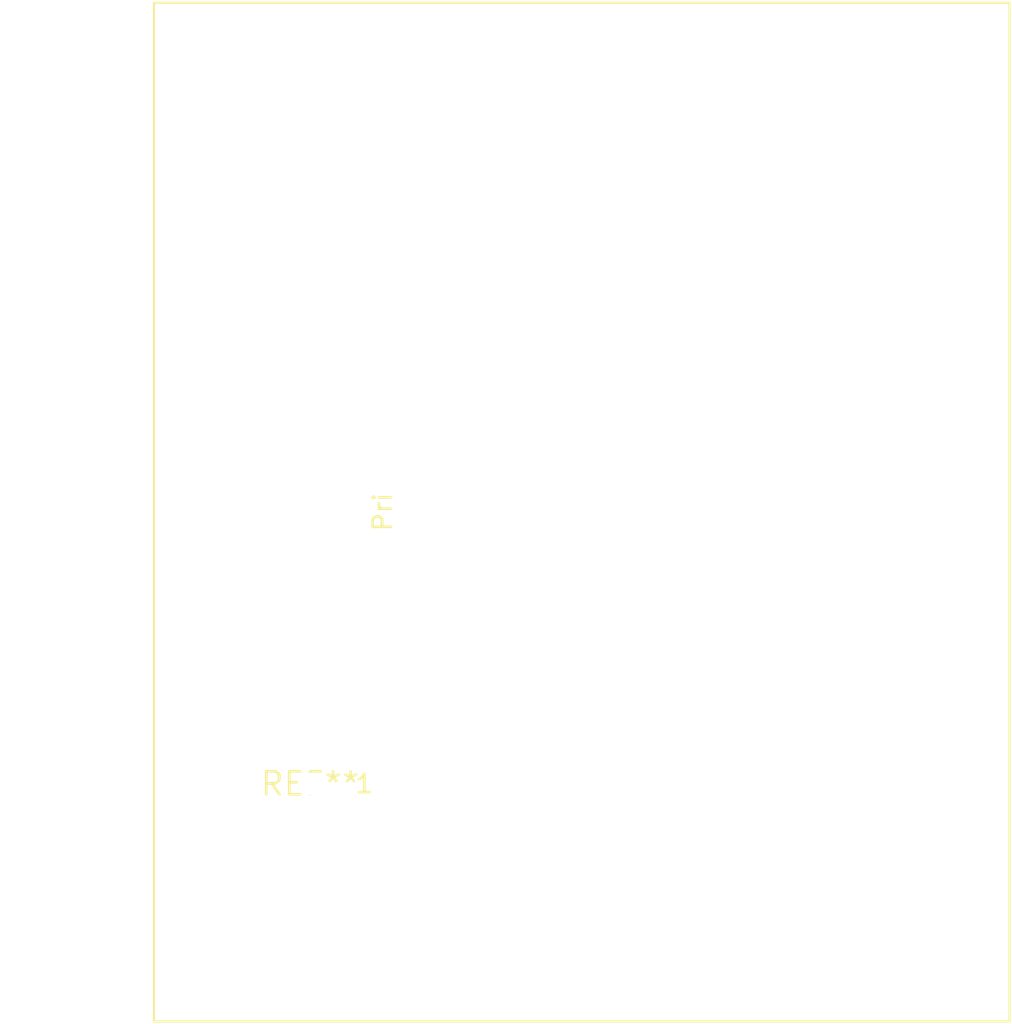
<source format=kicad_pcb>
(kicad_pcb (version 20240108) (generator pcbnew)
  (layers (0 "F.Cu" signal) (31 "B.Cu" signal) (34 "B.Paste" user) (35 "F.Paste" user) (36 "B.SilkS" user "B.Silkscreen") (37 "F.SilkS" user "F.Silkscreen") (38 "B.Mask" user) (39 "F.Mask" user) (44 "Edge.Cuts" user))
  (net 0 "")
  (footprint "Transformer_CHK_EI54-12VA_2xSec" (layer "F.Cu") (at 0 0)
    (property "Reference" "REF**")
    (property "Value" "Transformer_CHK_EI54-12VA_2xSec")
    (fp_line (start -8.62 -43.12) (end -8.62 13.12) (layer "F.SilkS") (stroke (width 0.12)))
    (fp_line (start -8.62 -43.12) (end 38.62 -43.12) (layer "F.SilkS") (stroke (width 0.12)))
    (fp_line (start 38.62 13.12) (end -8.62 13.12) (layer "F.SilkS") (stroke (width 0.12)))
    (fp_line (start 38.62 13.12) (end 38.62 -43.12) (layer "F.SilkS") (stroke (width 0.12)))
    (fp_text user "1" (at 3 0 0) (layer "F.SilkS"))
    (fp_text user "Pri" (at 4 -15 90) (layer "F.SilkS"))
    (pad "1" thru_hole circle (at 0 0) (size 3 3) (drill 1.2) (layers *.Cu *.Mask) (remove_unused_layers))
    (pad "2" thru_hole circle (at 0 -5) (size 3 3) (drill 1.2) (layers *.Cu *.Mask) (remove_unused_layers))
    (pad "3" thru_hole circle (at 0 -10) (size 3 3) (drill 1.2) (layers *.Cu *.Mask) (remove_unused_layers))
    (pad "4" thru_hole circle (at 0 -15) (size 3 3) (drill 1.2) (layers *.Cu *.Mask) (remove_unused_layers))
    (pad "5" thru_hole circle (at 0 -20) (size 3 3) (drill 1.2) (layers *.Cu *.Mask) (remove_unused_layers))
    (pad "6" thru_hole circle (at 0 -25) (size 3 3) (drill 1.2) (layers *.Cu *.Mask) (remove_unused_layers))
    (pad "7" thru_hole circle (at 0 -30) (size 3 3) (drill 1.2) (layers *.Cu *.Mask) (remove_unused_layers))
    (pad "8" thru_hole circle (at 30 -30) (size 3 3) (drill 1.2) (layers *.Cu *.Mask) (remove_unused_layers))
    (pad "9" thru_hole circle (at 30 -25) (size 3 3) (drill 1.2) (layers *.Cu *.Mask) (remove_unused_layers))
    (pad "10" thru_hole circle (at 30 -20) (size 3 3) (drill 1.2) (layers *.Cu *.Mask) (remove_unused_layers))
    (pad "11" thru_hole circle (at 30 -15) (size 3 3) (drill 1.2) (layers *.Cu *.Mask) (remove_unused_layers))
    (pad "12" thru_hole circle (at 30 -10) (size 3 3) (drill 1.2) (layers *.Cu *.Mask) (remove_unused_layers))
    (pad "13" thru_hole circle (at 30 -5) (size 3 3) (drill 1.2) (layers *.Cu *.Mask) (remove_unused_layers))
    (pad "14" thru_hole circle (at 30 0) (size 3 3) (drill 1.2) (layers *.Cu *.Mask) (remove_unused_layers))
  )
)
</source>
